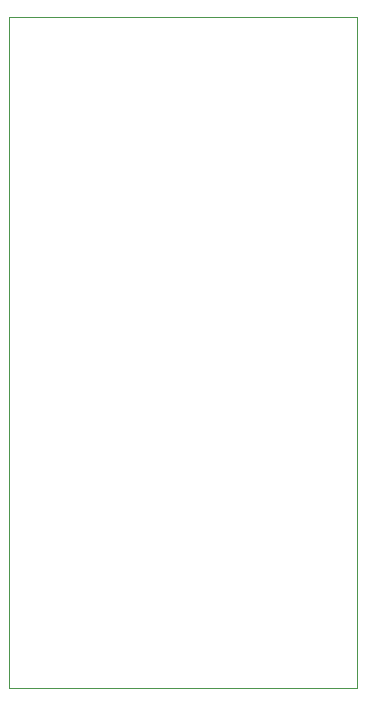
<source format=gbr>
%TF.GenerationSoftware,KiCad,Pcbnew,7.0.6-1.fc38*%
%TF.CreationDate,2023-08-19T18:40:52-03:00*%
%TF.ProjectId,CeilingFanControl,4365696c-696e-4674-9661-6e436f6e7472,rev?*%
%TF.SameCoordinates,Original*%
%TF.FileFunction,Profile,NP*%
%FSLAX46Y46*%
G04 Gerber Fmt 4.6, Leading zero omitted, Abs format (unit mm)*
G04 Created by KiCad (PCBNEW 7.0.6-1.fc38) date 2023-08-19 18:40:52*
%MOMM*%
%LPD*%
G01*
G04 APERTURE LIST*
%TA.AperFunction,Profile*%
%ADD10C,0.100000*%
%TD*%
G04 APERTURE END LIST*
D10*
X15200000Y-15000000D02*
X44650000Y-15000000D01*
X44650000Y-71750000D01*
X15200000Y-71750000D01*
X15200000Y-15000000D01*
M02*

</source>
